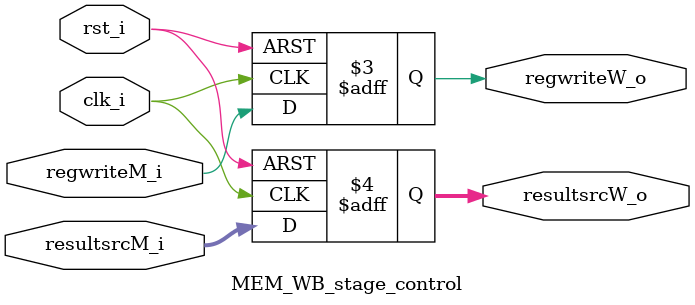
<source format=sv>
`timescale 1ns / 1ps


module MEM_WB_stage_control(
    input  logic       clk_i,
    input  logic       rst_i,
    
    input  logic       regwriteM_i,
    input  logic [1:0] resultsrcM_i,
    
    output logic       regwriteW_o,
    output logic [1:0] resultsrcW_o
  
    );
    
    
    always_ff @(posedge clk_i, negedge rst_i) begin
        if (!rst_i)begin
            regwriteW_o    <= '0;
            resultsrcW_o   <= '0;
            
            end
            
        else begin
            regwriteW_o    <= regwriteM_i;
            resultsrcW_o   <= resultsrcM_i;
            end
        
    end
    
endmodule

</source>
